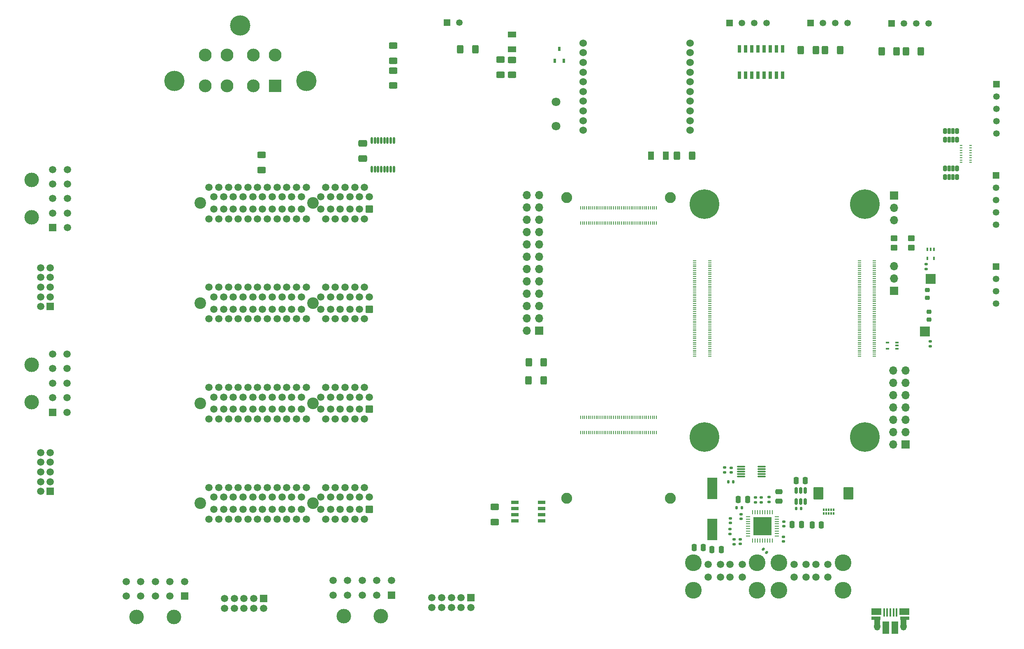
<source format=gbr>
%TF.GenerationSoftware,KiCad,Pcbnew,8.0.2*%
%TF.CreationDate,2024-05-08T16:37:45-06:00*%
%TF.ProjectId,GR-LRR-CONTROL,47522d4c-5252-42d4-934f-4e54524f4c2e,rev?*%
%TF.SameCoordinates,Original*%
%TF.FileFunction,Soldermask,Top*%
%TF.FilePolarity,Negative*%
%FSLAX46Y46*%
G04 Gerber Fmt 4.6, Leading zero omitted, Abs format (unit mm)*
G04 Created by KiCad (PCBNEW 8.0.2) date 2024-05-08 16:37:45*
%MOMM*%
%LPD*%
G01*
G04 APERTURE LIST*
G04 Aperture macros list*
%AMRoundRect*
0 Rectangle with rounded corners*
0 $1 Rounding radius*
0 $2 $3 $4 $5 $6 $7 $8 $9 X,Y pos of 4 corners*
0 Add a 4 corners polygon primitive as box body*
4,1,4,$2,$3,$4,$5,$6,$7,$8,$9,$2,$3,0*
0 Add four circle primitives for the rounded corners*
1,1,$1+$1,$2,$3*
1,1,$1+$1,$4,$5*
1,1,$1+$1,$6,$7*
1,1,$1+$1,$8,$9*
0 Add four rect primitives between the rounded corners*
20,1,$1+$1,$2,$3,$4,$5,0*
20,1,$1+$1,$4,$5,$6,$7,0*
20,1,$1+$1,$6,$7,$8,$9,0*
20,1,$1+$1,$8,$9,$2,$3,0*%
G04 Aperture macros list end*
%ADD10O,0.449999X1.400000*%
%ADD11R,0.600000X0.850000*%
%ADD12R,2.640000X2.640000*%
%ADD13C,2.640000*%
%ADD14C,4.185000*%
%ADD15C,2.250000*%
%ADD16R,0.200000X0.700000*%
%ADD17RoundRect,0.250000X0.625000X-0.400000X0.625000X0.400000X-0.625000X0.400000X-0.625000X-0.400000X0*%
%ADD18RoundRect,0.250000X0.400000X0.625000X-0.400000X0.625000X-0.400000X-0.625000X0.400000X-0.625000X0*%
%ADD19C,1.500000*%
%ADD20C,3.450000*%
%ADD21C,2.999999*%
%ADD22R,1.520000X1.520000*%
%ADD23C,1.520000*%
%ADD24RoundRect,0.250000X-0.450000X0.350000X-0.450000X-0.350000X0.450000X-0.350000X0.450000X0.350000X0*%
%ADD25RoundRect,0.135000X0.185000X-0.135000X0.185000X0.135000X-0.185000X0.135000X-0.185000X-0.135000X0*%
%ADD26R,1.500000X1.500000*%
%ADD27R,1.350000X1.350000*%
%ADD28C,1.350000*%
%ADD29C,1.803400*%
%ADD30RoundRect,0.218750X0.256250X-0.218750X0.256250X0.218750X-0.256250X0.218750X-0.256250X-0.218750X0*%
%ADD31R,3.700000X3.700000*%
%ADD32RoundRect,0.062500X0.350000X-0.062500X0.350000X0.062500X-0.350000X0.062500X-0.350000X-0.062500X0*%
%ADD33RoundRect,0.062500X0.062500X-0.350000X0.062500X0.350000X-0.062500X0.350000X-0.062500X-0.350000X0*%
%ADD34R,1.700000X1.700000*%
%ADD35O,1.700000X1.700000*%
%ADD36RoundRect,0.250000X0.250000X0.475000X-0.250000X0.475000X-0.250000X-0.475000X0.250000X-0.475000X0*%
%ADD37RoundRect,0.122100X-0.284900X0.429900X-0.284900X-0.429900X0.284900X-0.429900X0.284900X0.429900X0*%
%ADD38RoundRect,0.095420X-0.271580X0.456580X-0.271580X-0.456580X0.271580X-0.456580X0.271580X0.456580X0*%
%ADD39C,2.400000*%
%ADD40RoundRect,0.102000X0.644000X0.644000X-0.644000X0.644000X-0.644000X-0.644000X0.644000X-0.644000X0*%
%ADD41C,1.492000*%
%ADD42RoundRect,0.140000X-0.170000X0.140000X-0.170000X-0.140000X0.170000X-0.140000X0.170000X0.140000X0*%
%ADD43RoundRect,0.250000X-0.400000X-0.625000X0.400000X-0.625000X0.400000X0.625000X-0.400000X0.625000X0*%
%ADD44RoundRect,0.250000X-0.625000X0.400000X-0.625000X-0.400000X0.625000X-0.400000X0.625000X0.400000X0*%
%ADD45C,1.524000*%
%ADD46RoundRect,0.135000X0.135000X0.185000X-0.135000X0.185000X-0.135000X-0.185000X0.135000X-0.185000X0*%
%ADD47RoundRect,0.250000X0.650000X-0.412500X0.650000X0.412500X-0.650000X0.412500X-0.650000X-0.412500X0*%
%ADD48RoundRect,0.075000X-0.075000X-0.200000X0.075000X-0.200000X0.075000X0.200000X-0.075000X0.200000X0*%
%ADD49R,1.550000X0.700000*%
%ADD50R,0.650000X1.550000*%
%ADD51R,0.400000X1.750000*%
%ADD52R,1.825000X0.700000*%
%ADD53R,2.000000X1.400000*%
%ADD54R,1.300000X2.000000*%
%ADD55O,1.300000X1.700000*%
%ADD56O,1.000000X1.400000*%
%ADD57R,1.425000X2.500000*%
%ADD58R,1.800000X1.150000*%
%ADD59RoundRect,0.140000X-0.219203X-0.021213X-0.021213X-0.219203X0.219203X0.021213X0.021213X0.219203X0*%
%ADD60RoundRect,0.250000X-0.250000X-0.475000X0.250000X-0.475000X0.250000X0.475000X-0.250000X0.475000X0*%
%ADD61RoundRect,0.140000X0.170000X-0.140000X0.170000X0.140000X-0.170000X0.140000X-0.170000X-0.140000X0*%
%ADD62R,2.000000X2.000000*%
%ADD63RoundRect,0.250000X-0.787500X-1.025000X0.787500X-1.025000X0.787500X1.025000X-0.787500X1.025000X0*%
%ADD64RoundRect,0.100000X0.225000X0.100000X-0.225000X0.100000X-0.225000X-0.100000X0.225000X-0.100000X0*%
%ADD65RoundRect,0.122100X0.284900X-0.429900X0.284900X0.429900X-0.284900X0.429900X-0.284900X-0.429900X0*%
%ADD66RoundRect,0.095420X0.271580X-0.456580X0.271580X0.456580X-0.271580X0.456580X-0.271580X-0.456580X0*%
%ADD67R,1.150000X1.800000*%
%ADD68RoundRect,0.135000X-0.185000X0.135000X-0.185000X-0.135000X0.185000X-0.135000X0.185000X0.135000X0*%
%ADD69RoundRect,0.218750X-0.256250X0.218750X-0.256250X-0.218750X0.256250X-0.218750X0.256250X0.218750X0*%
%ADD70RoundRect,0.087500X-0.725000X-0.087500X0.725000X-0.087500X0.725000X0.087500X-0.725000X0.087500X0*%
%ADD71RoundRect,0.250000X0.475000X-0.250000X0.475000X0.250000X-0.475000X0.250000X-0.475000X-0.250000X0*%
%ADD72RoundRect,0.100000X-0.100000X0.225000X-0.100000X-0.225000X0.100000X-0.225000X0.100000X0.225000X0*%
%ADD73R,0.584200X0.203200*%
%ADD74R,2.000000X4.500000*%
%ADD75RoundRect,0.150000X-0.150000X0.512500X-0.150000X-0.512500X0.150000X-0.512500X0.150000X0.512500X0*%
%ADD76C,6.100000*%
%ADD77R,0.700000X0.200000*%
G04 APERTURE END LIST*
D10*
%TO.C,U2*%
X129650001Y-92899999D03*
X129000000Y-92899999D03*
X128350001Y-92899999D03*
X127700000Y-92899999D03*
X127050001Y-92899999D03*
X126400000Y-92899999D03*
X125750001Y-92899999D03*
X125100000Y-92899999D03*
X125100000Y-98800000D03*
X125750001Y-98800000D03*
X126400000Y-98800000D03*
X127050001Y-98800000D03*
X127700000Y-98800000D03*
X128350001Y-98800000D03*
X129000000Y-98800000D03*
X129650001Y-98800000D03*
%TD*%
D11*
%TO.C,Q1*%
X162750000Y-76450000D03*
X164650000Y-76450000D03*
X163700000Y-73950000D03*
%TD*%
D12*
%TO.C,J5*%
X105200000Y-81630000D03*
D13*
X100755000Y-81630000D03*
X95295000Y-81630000D03*
X90850000Y-81630000D03*
X90850000Y-75280000D03*
X95295000Y-75280000D03*
X100755000Y-75280000D03*
X105200000Y-75280000D03*
D14*
X98025000Y-69180000D03*
X111615000Y-80610000D03*
X84435000Y-80610000D03*
%TD*%
D15*
%TO.C,U1*%
X186565000Y-166615000D03*
X186565000Y-104635000D03*
X165225000Y-166615000D03*
X165225000Y-104635000D03*
D16*
X183695000Y-153045000D03*
X183695000Y-149965000D03*
X183295000Y-153045000D03*
X183295000Y-149965000D03*
X182895000Y-153045000D03*
X182895000Y-149965000D03*
X182495000Y-153045000D03*
X182495000Y-149965000D03*
X182095000Y-153045000D03*
X182095000Y-149965000D03*
X181695000Y-153045000D03*
X181695000Y-149965000D03*
X181295000Y-153045000D03*
X181295000Y-149965000D03*
X180895000Y-153045000D03*
X180895000Y-149965000D03*
X180495000Y-153045000D03*
X180495000Y-149965000D03*
X180095000Y-153045000D03*
X180095000Y-149965000D03*
X179695000Y-153045000D03*
X179695000Y-149965000D03*
X179295000Y-153045000D03*
X179295000Y-149965000D03*
X178895000Y-153045000D03*
X178895000Y-149965000D03*
X178495000Y-153045000D03*
X178495000Y-149965000D03*
X178095000Y-153045000D03*
X178095000Y-149965000D03*
X177695000Y-153045000D03*
X177695000Y-149965000D03*
X177295000Y-153045000D03*
X177295000Y-149965000D03*
X176895000Y-153045000D03*
X176895000Y-149965000D03*
X176495000Y-153045000D03*
X176495000Y-149965000D03*
X176095000Y-153045000D03*
X176095000Y-149965000D03*
X175695000Y-153045000D03*
X175695000Y-149965000D03*
X175295000Y-153045000D03*
X175295000Y-149965000D03*
X174895000Y-153045000D03*
X174895000Y-149965000D03*
X174495000Y-153045000D03*
X174495000Y-149965000D03*
X174095000Y-153045000D03*
X174095000Y-149965000D03*
X173695000Y-153045000D03*
X173695000Y-149965000D03*
X173295000Y-153045000D03*
X173295000Y-149965000D03*
X172895000Y-153045000D03*
X172895000Y-149965000D03*
X172495000Y-153045000D03*
X172495000Y-149965000D03*
X172095000Y-153045000D03*
X172095000Y-149965000D03*
X171695000Y-153045000D03*
X171695000Y-149965000D03*
X171295000Y-153045000D03*
X171295000Y-149965000D03*
X170895000Y-153045000D03*
X170895000Y-149965000D03*
X170495000Y-153045000D03*
X170495000Y-149965000D03*
X170095000Y-153045000D03*
X170095000Y-149965000D03*
X169695000Y-153045000D03*
X169695000Y-149965000D03*
X169295000Y-153045000D03*
X169295000Y-149965000D03*
X168895000Y-153045000D03*
X168895000Y-149965000D03*
X168495000Y-153045000D03*
X168495000Y-149965000D03*
X168095000Y-153045000D03*
X168095000Y-149965000D03*
X168095000Y-106785000D03*
X168095000Y-109865000D03*
X168495000Y-106785000D03*
X168495000Y-109865000D03*
X168895000Y-106785000D03*
X168895000Y-109865000D03*
X169295000Y-106785000D03*
X169295000Y-109865000D03*
X169695000Y-106785000D03*
X169695000Y-109865000D03*
X170095000Y-106785000D03*
X170095000Y-109865000D03*
X170495000Y-106785000D03*
X170495000Y-109865000D03*
X170895000Y-106785000D03*
X170895000Y-109865000D03*
X171295000Y-106785000D03*
X171295000Y-109865000D03*
X171695000Y-106785000D03*
X171695000Y-109865000D03*
X172095000Y-106785000D03*
X172095000Y-109865000D03*
X172495000Y-106785000D03*
X172495000Y-109865000D03*
X172895000Y-106785000D03*
X172895000Y-109865000D03*
X173295000Y-106785000D03*
X173295000Y-109865000D03*
X173695000Y-106785000D03*
X173695000Y-109865000D03*
X174095000Y-106785000D03*
X174095000Y-109865000D03*
X174495000Y-106785000D03*
X174495000Y-109865000D03*
X174895000Y-106785000D03*
X174895000Y-109865000D03*
X175295000Y-106785000D03*
X175295000Y-109865000D03*
X175695000Y-106785000D03*
X175695000Y-109865000D03*
X176095000Y-106785000D03*
X176095000Y-109865000D03*
X176495000Y-106785000D03*
X176495000Y-109865000D03*
X176895000Y-106785000D03*
X176895000Y-109865000D03*
X177295000Y-106785000D03*
X177295000Y-109865000D03*
X177695000Y-106785000D03*
X177695000Y-109865000D03*
X178095000Y-106785000D03*
X178095000Y-109865000D03*
X178495000Y-106785000D03*
X178495000Y-109865000D03*
X178895000Y-106785000D03*
X178895000Y-109865000D03*
X179295000Y-106785000D03*
X179295000Y-109865000D03*
X179695000Y-106785000D03*
X179695000Y-109865000D03*
X180095000Y-106785000D03*
X180095000Y-109865000D03*
X180495000Y-106785000D03*
X180495000Y-109865000D03*
X180895000Y-106785000D03*
X180895000Y-109865000D03*
X181295000Y-106785000D03*
X181295000Y-109865000D03*
X181695000Y-106785000D03*
X181695000Y-109865000D03*
X182095000Y-106785000D03*
X182095000Y-109865000D03*
X182495000Y-106785000D03*
X182495000Y-109865000D03*
X182895000Y-106785000D03*
X182895000Y-109865000D03*
X183295000Y-106785000D03*
X183295000Y-109865000D03*
X183695000Y-106785000D03*
X183695000Y-109865000D03*
%TD*%
D17*
%TO.C,R3*%
X102400000Y-95850000D03*
X102400000Y-98950000D03*
%TD*%
D18*
%TO.C,R7*%
X233150000Y-74500000D03*
X230050000Y-74500000D03*
%TD*%
%TO.C,R6*%
X238150000Y-74500000D03*
X235050000Y-74500000D03*
%TD*%
D17*
%TO.C,R31*%
X150400000Y-171500000D03*
X150400000Y-168400000D03*
%TD*%
D19*
%TO.C,J37*%
X194360000Y-180270000D03*
X196860000Y-180270000D03*
X198860000Y-180270000D03*
X201360000Y-180270000D03*
X194360000Y-182890000D03*
X196860000Y-182890000D03*
X198860000Y-182890000D03*
X201360000Y-182890000D03*
D20*
X191290000Y-185600000D03*
X204430000Y-185600000D03*
X191290000Y-179920000D03*
X204430000Y-179920000D03*
%TD*%
D21*
%TO.C,J6*%
X55080001Y-139060000D03*
X55080001Y-146759985D03*
D22*
X59400000Y-148899996D03*
D23*
X59400000Y-145899997D03*
X59400000Y-142899998D03*
X59400000Y-139899999D03*
X59400000Y-136900000D03*
X62399999Y-148899996D03*
X62399999Y-145899997D03*
X62399999Y-142899998D03*
X62399999Y-139899999D03*
X62399999Y-136900000D03*
%TD*%
D24*
%TO.C,R21*%
X232600000Y-113000000D03*
X232600000Y-115000000D03*
%TD*%
D25*
%TO.C,R25*%
X205260000Y-167500000D03*
X205260000Y-166480000D03*
%TD*%
D19*
%TO.C,J11*%
X94800000Y-189300000D03*
X94800000Y-187300000D03*
X96800000Y-189300000D03*
X96800000Y-187300000D03*
X98800000Y-189300000D03*
X98800000Y-187300000D03*
X100800000Y-189300000D03*
X100800000Y-187300000D03*
X102800000Y-189300000D03*
D26*
X102800000Y-187300000D03*
%TD*%
D27*
%TO.C,J26*%
X232100000Y-68700000D03*
D28*
X234640000Y-68700000D03*
X237180000Y-68700000D03*
X239720000Y-68700000D03*
%TD*%
D29*
%TO.C,J18*%
X162997299Y-84904900D03*
X162997299Y-89904900D03*
%TD*%
D30*
%TO.C,D1*%
X239800000Y-129787500D03*
X239800000Y-128212500D03*
%TD*%
D31*
%TO.C,U10*%
X205530000Y-172400000D03*
D32*
X202592500Y-174400000D03*
X202592500Y-173900000D03*
X202592500Y-173400000D03*
X202592500Y-172900000D03*
X202592500Y-172400000D03*
X202592500Y-171900000D03*
X202592500Y-171400000D03*
X202592500Y-170900000D03*
X202592500Y-170400000D03*
D33*
X203530000Y-169462500D03*
X204030000Y-169462500D03*
X204530000Y-169462500D03*
X205030000Y-169462500D03*
X205530000Y-169462500D03*
X206030000Y-169462500D03*
X206530000Y-169462500D03*
X207030000Y-169462500D03*
X207530000Y-169462500D03*
D32*
X208467500Y-170400000D03*
X208467500Y-170900000D03*
X208467500Y-171400000D03*
X208467500Y-171900000D03*
X208467500Y-172400000D03*
X208467500Y-172900000D03*
X208467500Y-173400000D03*
X208467500Y-173900000D03*
X208467500Y-174400000D03*
D33*
X207530000Y-175337500D03*
X207030000Y-175337500D03*
X206530000Y-175337500D03*
X206030000Y-175337500D03*
X205530000Y-175337500D03*
X205030000Y-175337500D03*
X204530000Y-175337500D03*
X204030000Y-175337500D03*
X203530000Y-175337500D03*
%TD*%
D34*
%TO.C,J32*%
X235000000Y-155480000D03*
D35*
X232460000Y-155480000D03*
X235000000Y-152940000D03*
X232460000Y-152940000D03*
X235000000Y-150400000D03*
X232460000Y-150400000D03*
X235000000Y-147860000D03*
X232460000Y-147860000D03*
X235000000Y-145320000D03*
X232460000Y-145320000D03*
X235000000Y-142780000D03*
X232460000Y-142780000D03*
X235000000Y-140240000D03*
X232460000Y-140240000D03*
%TD*%
D27*
%TO.C,J20*%
X140590349Y-68610000D03*
D28*
X143130349Y-68610000D03*
%TD*%
D36*
%TO.C,C6*%
X200554000Y-166876000D03*
X202454000Y-166876000D03*
%TD*%
D26*
%TO.C,J1*%
X58900000Y-127100000D03*
D19*
X56900000Y-127100000D03*
X58900000Y-125100000D03*
X56900000Y-125100000D03*
X58900000Y-123100000D03*
X56900000Y-123100000D03*
X58900000Y-121100000D03*
X56900000Y-121100000D03*
X58900000Y-119100000D03*
X56900000Y-119100000D03*
%TD*%
D25*
%TO.C,R22*%
X239200000Y-119400000D03*
X239200000Y-118380000D03*
%TD*%
D37*
%TO.C,R12*%
X245600000Y-90910000D03*
D38*
X244760000Y-90910000D03*
X243960000Y-90910000D03*
D37*
X243120000Y-90910000D03*
X243120000Y-92680000D03*
D38*
X243960000Y-92680000D03*
X244760000Y-92680000D03*
D37*
X245600000Y-92680000D03*
%TD*%
D39*
%TO.C,J12*%
X112950000Y-147016666D03*
X89800000Y-147016666D03*
D40*
X124600000Y-148266666D03*
D41*
X123600000Y-150266666D03*
X122600000Y-148266666D03*
X121600000Y-150266666D03*
X120600000Y-148266666D03*
X119600000Y-150266666D03*
X118600000Y-148266666D03*
X117600000Y-150266666D03*
X116600000Y-148266666D03*
X115600000Y-150266666D03*
X114600000Y-148266666D03*
X111600000Y-150266666D03*
X110600000Y-148266666D03*
X109600000Y-150266666D03*
X108600000Y-148266666D03*
X107600000Y-150266666D03*
X106600000Y-148266666D03*
X105600000Y-150266666D03*
X104600000Y-148266666D03*
X103600000Y-150266666D03*
X102600000Y-148266666D03*
X101600000Y-150266666D03*
X100600000Y-148266666D03*
X99600000Y-150266666D03*
X98600000Y-148266666D03*
X97600000Y-150266666D03*
X96600000Y-148266666D03*
X95600000Y-150266666D03*
X94600000Y-148266666D03*
X93600000Y-150266666D03*
X92600000Y-148266666D03*
X91600000Y-150266666D03*
X124600000Y-145766666D03*
X123600000Y-143766666D03*
X122600000Y-145766666D03*
X121600000Y-143766666D03*
X120600000Y-145766666D03*
X119600000Y-143766666D03*
X118600000Y-145766666D03*
X117600000Y-143766666D03*
X116600000Y-145766666D03*
X115600000Y-143766666D03*
X114600000Y-145766666D03*
X111600000Y-143766666D03*
X110600000Y-145766666D03*
X109600000Y-143766666D03*
X108600000Y-145766666D03*
X107600000Y-143766666D03*
X106600000Y-145766666D03*
X105600000Y-143766666D03*
X104600000Y-145766666D03*
X103600000Y-143766666D03*
X102600000Y-145766666D03*
X101600000Y-143766666D03*
X100600000Y-145766666D03*
X99600000Y-143766666D03*
X98600000Y-145766666D03*
X97600000Y-143766666D03*
X96600000Y-145766666D03*
X95600000Y-143766666D03*
X94600000Y-145766666D03*
X93600000Y-143766666D03*
X92600000Y-145766666D03*
X91600000Y-143766666D03*
%TD*%
D42*
%TO.C,C8*%
X200976000Y-175077000D03*
X200976000Y-176037000D03*
%TD*%
%TO.C,C7*%
X199060000Y-160340000D03*
X199060000Y-161300000D03*
%TD*%
D43*
%TO.C,R2*%
X157350000Y-142300000D03*
X160450000Y-142300000D03*
%TD*%
D44*
%TO.C,R13*%
X154000000Y-76250000D03*
X154000000Y-79350000D03*
%TD*%
D45*
%TO.C,U4*%
X168634800Y-72780000D03*
X168634800Y-74780000D03*
X168634800Y-76780000D03*
X168601800Y-78780000D03*
X168634800Y-80780000D03*
X168634800Y-82780000D03*
X168634800Y-84780000D03*
X168634800Y-86780000D03*
X168634800Y-88780000D03*
X168634800Y-90780000D03*
X190598200Y-90780000D03*
X190598200Y-88780000D03*
X190598200Y-86780000D03*
X190598200Y-84780000D03*
X190598200Y-82780000D03*
X190598200Y-80780000D03*
X190598200Y-78780000D03*
X190598200Y-76780000D03*
X190598200Y-74780000D03*
X190598200Y-72780000D03*
%TD*%
D25*
%TO.C,R26*%
X206860000Y-167400000D03*
X206860000Y-166380000D03*
%TD*%
D26*
%TO.C,J15*%
X145500000Y-187100000D03*
D19*
X145500000Y-189100000D03*
X143500000Y-187100000D03*
X143500000Y-189100000D03*
X141500000Y-187100000D03*
X141500000Y-189100000D03*
X139500000Y-187100000D03*
X139500000Y-189100000D03*
X137500000Y-187100000D03*
X137500000Y-189100000D03*
%TD*%
D46*
%TO.C,R27*%
X201260000Y-168600000D03*
X200240000Y-168600000D03*
%TD*%
D18*
%TO.C,R4*%
X221500000Y-74200000D03*
X218400000Y-74200000D03*
%TD*%
D27*
%TO.C,J25*%
X215450352Y-68630000D03*
D28*
X217990352Y-68630000D03*
X220530352Y-68630000D03*
X223070352Y-68630000D03*
%TD*%
D36*
%TO.C,C17*%
X213560000Y-172000000D03*
X211660000Y-172000000D03*
%TD*%
D46*
%TO.C,R24*%
X199510000Y-163200000D03*
X198490000Y-163200000D03*
%TD*%
D47*
%TO.C,C1*%
X123200000Y-96562500D03*
X123200000Y-93437500D03*
%TD*%
D42*
%TO.C,C9*%
X209860000Y-175500000D03*
X209860000Y-174540000D03*
%TD*%
D48*
%TO.C,U11*%
X218160000Y-169770000D03*
X218660000Y-169770000D03*
X219160000Y-169770000D03*
X219660000Y-169770000D03*
X220160000Y-169770000D03*
X220160000Y-169000000D03*
X219660000Y-169000000D03*
X219160000Y-169000000D03*
X218660000Y-169000000D03*
X218160000Y-169000000D03*
%TD*%
D49*
%TO.C,IC1*%
X160025000Y-171305000D03*
X160025000Y-170035000D03*
X160025000Y-168765000D03*
X160025000Y-167495000D03*
X154575000Y-167495000D03*
X154575000Y-168765000D03*
X154575000Y-170035000D03*
X154575000Y-171305000D03*
%TD*%
D50*
%TO.C,IC2*%
X200755000Y-79425000D03*
X202025000Y-79425000D03*
X203295000Y-79425000D03*
X204565000Y-79425000D03*
X205835000Y-79425000D03*
X207105000Y-79425000D03*
X208375000Y-79425000D03*
X209645000Y-79425000D03*
X209645000Y-73975000D03*
X208375000Y-73975000D03*
X207105000Y-73975000D03*
X205835000Y-73975000D03*
X204565000Y-73975000D03*
X203295000Y-73975000D03*
X202025000Y-73975000D03*
X200755000Y-73975000D03*
%TD*%
D51*
%TO.C,J36*%
X230560000Y-190180000D03*
X231210000Y-190180000D03*
X231860000Y-190180000D03*
X232510000Y-190180000D03*
X233160000Y-190180000D03*
D52*
X228872500Y-191300000D03*
D53*
X229010000Y-189940000D03*
D54*
X229135000Y-192070000D03*
D55*
X229135000Y-193000000D03*
D56*
X229435000Y-189970000D03*
D57*
X230897500Y-193250000D03*
X232822500Y-193250000D03*
D56*
X234285000Y-189970000D03*
D54*
X234585000Y-192070000D03*
D55*
X234585000Y-193000000D03*
D53*
X234760000Y-189940000D03*
D52*
X234847500Y-191300000D03*
%TD*%
D34*
%TO.C,J33*%
X232600000Y-123880000D03*
D35*
X232600000Y-121340000D03*
X232600000Y-118800000D03*
%TD*%
D25*
%TO.C,R29*%
X204060000Y-167500000D03*
X204060000Y-166480000D03*
%TD*%
D41*
%TO.C,J8*%
X91600000Y-123133333D03*
X92600000Y-125133333D03*
X93600000Y-123133333D03*
X94600000Y-125133333D03*
X95600000Y-123133333D03*
X96600000Y-125133333D03*
X97600000Y-123133333D03*
X98600000Y-125133333D03*
X99600000Y-123133333D03*
X100600000Y-125133333D03*
X101600000Y-123133333D03*
X102600000Y-125133333D03*
X103600000Y-123133333D03*
X104600000Y-125133333D03*
X105600000Y-123133333D03*
X106600000Y-125133333D03*
X107600000Y-123133333D03*
X108600000Y-125133333D03*
X109600000Y-123133333D03*
X110600000Y-125133333D03*
X111600000Y-123133333D03*
X114600000Y-125133333D03*
X115600000Y-123133333D03*
X116600000Y-125133333D03*
X117600000Y-123133333D03*
X118600000Y-125133333D03*
X119600000Y-123133333D03*
X120600000Y-125133333D03*
X121600000Y-123133333D03*
X122600000Y-125133333D03*
X123600000Y-123133333D03*
X124600000Y-125133333D03*
X91600000Y-129633333D03*
X92600000Y-127633333D03*
X93600000Y-129633333D03*
X94600000Y-127633333D03*
X95600000Y-129633333D03*
X96600000Y-127633333D03*
X97600000Y-129633333D03*
X98600000Y-127633333D03*
X99600000Y-129633333D03*
X100600000Y-127633333D03*
X101600000Y-129633333D03*
X102600000Y-127633333D03*
X103600000Y-129633333D03*
X104600000Y-127633333D03*
X105600000Y-129633333D03*
X106600000Y-127633333D03*
X107600000Y-129633333D03*
X108600000Y-127633333D03*
X109600000Y-129633333D03*
X110600000Y-127633333D03*
X111600000Y-129633333D03*
X114600000Y-127633333D03*
X115600000Y-129633333D03*
X116600000Y-127633333D03*
X117600000Y-129633333D03*
X118600000Y-127633333D03*
X119600000Y-129633333D03*
X120600000Y-127633333D03*
X121600000Y-129633333D03*
X122600000Y-127633333D03*
X123600000Y-129633333D03*
D40*
X124600000Y-127633333D03*
D39*
X89800000Y-126383333D03*
X112950000Y-126383333D03*
%TD*%
D58*
%TO.C,LED1*%
X154000000Y-71050000D03*
X154000000Y-74050000D03*
%TD*%
D42*
%TO.C,C12*%
X209960000Y-171440000D03*
X209960000Y-172400000D03*
%TD*%
D23*
%TO.C,J2*%
X62419998Y-98840000D03*
X62419998Y-101839999D03*
X62419998Y-104839998D03*
X62419998Y-107839997D03*
X62419998Y-110839996D03*
X59419999Y-98840000D03*
X59419999Y-101839999D03*
X59419999Y-104839998D03*
X59419999Y-107839997D03*
D22*
X59419999Y-110839996D03*
D21*
X55100000Y-108699985D03*
X55100000Y-101000000D03*
%TD*%
D59*
%TO.C,C11*%
X205686589Y-177092589D03*
X206365411Y-177771411D03*
%TD*%
D18*
%TO.C,R11*%
X146400000Y-74080000D03*
X143300000Y-74080000D03*
%TD*%
D27*
%TO.C,J21*%
X253670001Y-81260351D03*
D28*
X253670001Y-83800351D03*
X253670001Y-86340351D03*
X253670001Y-88880351D03*
X253670001Y-91420351D03*
%TD*%
D21*
%TO.C,J10*%
X76699654Y-191120000D03*
X84399639Y-191120000D03*
D22*
X86539650Y-186800001D03*
D23*
X83539651Y-186800001D03*
X80539652Y-186800001D03*
X77539653Y-186800001D03*
X74539654Y-186800001D03*
X86539650Y-183800002D03*
X83539651Y-183800002D03*
X80539652Y-183800002D03*
X77539653Y-183800002D03*
X74539654Y-183800002D03*
%TD*%
D60*
%TO.C,C18*%
X215760000Y-172100000D03*
X217660000Y-172100000D03*
%TD*%
D61*
%TO.C,C10*%
X201160000Y-170860000D03*
X201160000Y-169900000D03*
%TD*%
D36*
%TO.C,C16*%
X193350000Y-176800000D03*
X191450000Y-176800000D03*
%TD*%
D62*
%TO.C,TP2*%
X240200000Y-121400000D03*
%TD*%
D63*
%TO.C,C14*%
X217013500Y-165632000D03*
X223238500Y-165632000D03*
%TD*%
D64*
%TO.C,U7*%
X231300000Y-135800000D03*
X231300000Y-134500000D03*
X233200000Y-134500000D03*
X233200000Y-135150000D03*
X233200000Y-135800000D03*
%TD*%
D27*
%TO.C,J23*%
X253640001Y-118830703D03*
D28*
X253640001Y-121370703D03*
X253640001Y-123910703D03*
X253640001Y-126450703D03*
%TD*%
D43*
%TO.C,R1*%
X157400000Y-138610000D03*
X160500000Y-138610000D03*
%TD*%
D39*
%TO.C,J3*%
X112950000Y-105750000D03*
X89800000Y-105750000D03*
D40*
X124600000Y-107000000D03*
D41*
X123600000Y-109000000D03*
X122600000Y-107000000D03*
X121600000Y-109000000D03*
X120600000Y-107000000D03*
X119600000Y-109000000D03*
X118600000Y-107000000D03*
X117600000Y-109000000D03*
X116600000Y-107000000D03*
X115600000Y-109000000D03*
X114600000Y-107000000D03*
X111600000Y-109000000D03*
X110600000Y-107000000D03*
X109600000Y-109000000D03*
X108600000Y-107000000D03*
X107600000Y-109000000D03*
X106600000Y-107000000D03*
X105600000Y-109000000D03*
X104600000Y-107000000D03*
X103600000Y-109000000D03*
X102600000Y-107000000D03*
X101600000Y-109000000D03*
X100600000Y-107000000D03*
X99600000Y-109000000D03*
X98600000Y-107000000D03*
X97600000Y-109000000D03*
X96600000Y-107000000D03*
X95600000Y-109000000D03*
X94600000Y-107000000D03*
X93600000Y-109000000D03*
X92600000Y-107000000D03*
X91600000Y-109000000D03*
X124600000Y-104500000D03*
X123600000Y-102500000D03*
X122600000Y-104500000D03*
X121600000Y-102500000D03*
X120600000Y-104500000D03*
X119600000Y-102500000D03*
X118600000Y-104500000D03*
X117600000Y-102500000D03*
X116600000Y-104500000D03*
X115600000Y-102500000D03*
X114600000Y-104500000D03*
X111600000Y-102500000D03*
X110600000Y-104500000D03*
X109600000Y-102500000D03*
X108600000Y-104500000D03*
X107600000Y-102500000D03*
X106600000Y-104500000D03*
X105600000Y-102500000D03*
X104600000Y-104500000D03*
X103600000Y-102500000D03*
X102600000Y-104500000D03*
X101600000Y-102500000D03*
X100600000Y-104500000D03*
X99600000Y-102500000D03*
X98600000Y-104500000D03*
X97600000Y-102500000D03*
X96600000Y-104500000D03*
X95600000Y-102500000D03*
X94600000Y-104500000D03*
X93600000Y-102500000D03*
X92600000Y-104500000D03*
X91600000Y-102500000D03*
%TD*%
D65*
%TO.C,R10*%
X243120000Y-100380000D03*
D66*
X243960000Y-100380000D03*
X244760000Y-100380000D03*
D65*
X245600000Y-100380000D03*
X245600000Y-98610000D03*
D66*
X244760000Y-98610000D03*
X243960000Y-98610000D03*
D65*
X243120000Y-98610000D03*
%TD*%
D17*
%TO.C,R14*%
X151600000Y-79300000D03*
X151600000Y-76200000D03*
%TD*%
D44*
%TO.C,R9*%
X129500000Y-78450000D03*
X129500000Y-81550000D03*
%TD*%
D60*
%TO.C,C15*%
X195160000Y-177200000D03*
X197060000Y-177200000D03*
%TD*%
D67*
%TO.C,LED2*%
X182600000Y-95980000D03*
X185600000Y-95980000D03*
%TD*%
D68*
%TO.C,R23*%
X197760000Y-160280000D03*
X197760000Y-161300000D03*
%TD*%
D69*
%TO.C,D2*%
X239500000Y-123700000D03*
X239500000Y-125275000D03*
%TD*%
D70*
%TO.C,U9*%
X201113500Y-160132000D03*
X201113500Y-160632000D03*
X201113500Y-161132000D03*
X201113500Y-161632000D03*
X201113500Y-162132000D03*
X205338500Y-162132000D03*
X205338500Y-161632000D03*
X205338500Y-161132000D03*
X205338500Y-160632000D03*
X205338500Y-160132000D03*
%TD*%
D71*
%TO.C,C5*%
X208960000Y-167200000D03*
X208960000Y-165300000D03*
%TD*%
D42*
%TO.C,C4*%
X198960000Y-170740000D03*
X198960000Y-171700000D03*
%TD*%
D19*
%TO.C,J38*%
X212030000Y-180270000D03*
X214530000Y-180270000D03*
X216530000Y-180270000D03*
X219030000Y-180270000D03*
X212030000Y-182890000D03*
X214530000Y-182890000D03*
X216530000Y-182890000D03*
X219030000Y-182890000D03*
D20*
X208960000Y-185600000D03*
X222100000Y-185600000D03*
X208960000Y-179920000D03*
X222100000Y-179920000D03*
%TD*%
D43*
%TO.C,R15*%
X187950000Y-95980000D03*
X191050000Y-95980000D03*
%TD*%
D61*
%TO.C,C3*%
X198860000Y-173960000D03*
X198860000Y-173000000D03*
%TD*%
D41*
%TO.C,J16*%
X91600000Y-164400000D03*
X92600000Y-166400000D03*
X93600000Y-164400000D03*
X94600000Y-166400000D03*
X95600000Y-164400000D03*
X96600000Y-166400000D03*
X97600000Y-164400000D03*
X98600000Y-166400000D03*
X99600000Y-164400000D03*
X100600000Y-166400000D03*
X101600000Y-164400000D03*
X102600000Y-166400000D03*
X103600000Y-164400000D03*
X104600000Y-166400000D03*
X105600000Y-164400000D03*
X106600000Y-166400000D03*
X107600000Y-164400000D03*
X108600000Y-166400000D03*
X109600000Y-164400000D03*
X110600000Y-166400000D03*
X111600000Y-164400000D03*
X114600000Y-166400000D03*
X115600000Y-164400000D03*
X116600000Y-166400000D03*
X117600000Y-164400000D03*
X118600000Y-166400000D03*
X119600000Y-164400000D03*
X120600000Y-166400000D03*
X121600000Y-164400000D03*
X122600000Y-166400000D03*
X123600000Y-164400000D03*
X124600000Y-166400000D03*
X91600000Y-170900000D03*
X92600000Y-168900000D03*
X93600000Y-170900000D03*
X94600000Y-168900000D03*
X95600000Y-170900000D03*
X96600000Y-168900000D03*
X97600000Y-170900000D03*
X98600000Y-168900000D03*
X99600000Y-170900000D03*
X100600000Y-168900000D03*
X101600000Y-170900000D03*
X102600000Y-168900000D03*
X103600000Y-170900000D03*
X104600000Y-168900000D03*
X105600000Y-170900000D03*
X106600000Y-168900000D03*
X107600000Y-170900000D03*
X108600000Y-168900000D03*
X109600000Y-170900000D03*
X110600000Y-168900000D03*
X111600000Y-170900000D03*
X114600000Y-168900000D03*
X115600000Y-170900000D03*
X116600000Y-168900000D03*
X117600000Y-170900000D03*
X118600000Y-168900000D03*
X119600000Y-170900000D03*
X120600000Y-168900000D03*
X121600000Y-170900000D03*
X122600000Y-168900000D03*
X123600000Y-170900000D03*
D40*
X124600000Y-168900000D03*
D39*
X89800000Y-167650000D03*
X112950000Y-167650000D03*
%TD*%
D72*
%TO.C,U8*%
X240800000Y-117200000D03*
X239500000Y-117200000D03*
X239500000Y-115300000D03*
X240150000Y-115300000D03*
X240800000Y-115300000D03*
%TD*%
D24*
%TO.C,R20*%
X236200000Y-115000000D03*
X236200000Y-113000000D03*
%TD*%
D73*
%TO.C,U3*%
X246429600Y-93895002D03*
X246429600Y-94395001D03*
X246429600Y-94895000D03*
X246429600Y-95395001D03*
X246429600Y-95895001D03*
X246429600Y-96395002D03*
X246429600Y-96895001D03*
X246429600Y-97395000D03*
X248360000Y-97395000D03*
X248360000Y-96895001D03*
X248360000Y-96395002D03*
X248360000Y-95895001D03*
X248360000Y-95395001D03*
X248360000Y-94895000D03*
X248360000Y-94395001D03*
X248360000Y-93895002D03*
%TD*%
D19*
%TO.C,J7*%
X56900000Y-157200000D03*
X58900000Y-157200000D03*
X56900000Y-159200000D03*
X58900000Y-159200000D03*
X56900000Y-161200000D03*
X58900000Y-161200000D03*
X56900000Y-163200000D03*
X58900000Y-163200000D03*
X56900000Y-165200000D03*
D26*
X58900000Y-165200000D03*
%TD*%
D34*
%TO.C,J34*%
X232600000Y-104200000D03*
D35*
X232600000Y-106740000D03*
X232600000Y-109280000D03*
%TD*%
D36*
%TO.C,C13*%
X214360000Y-163000000D03*
X212460000Y-163000000D03*
%TD*%
D23*
%TO.C,J14*%
X117140015Y-183580002D03*
X120140014Y-183580002D03*
X123140013Y-183580002D03*
X126140012Y-183580002D03*
X129140011Y-183580002D03*
X117140015Y-186580001D03*
X120140014Y-186580001D03*
X123140013Y-186580001D03*
X126140012Y-186580001D03*
D22*
X129140011Y-186580001D03*
D21*
X127000000Y-190900000D03*
X119300015Y-190900000D03*
%TD*%
D18*
%TO.C,R5*%
X216500000Y-74200000D03*
X213400000Y-74200000D03*
%TD*%
D27*
%TO.C,J24*%
X198750352Y-68630000D03*
D28*
X201290352Y-68630000D03*
X203830352Y-68630000D03*
X206370352Y-68630000D03*
%TD*%
D74*
%TO.C,Y1*%
X195226000Y-173082000D03*
X195226000Y-164582000D03*
%TD*%
D46*
%TO.C,R30*%
X213480000Y-168700000D03*
X212460000Y-168700000D03*
%TD*%
D75*
%TO.C,U12*%
X214376000Y-164994500D03*
X213426000Y-164994500D03*
X212476000Y-164994500D03*
X212476000Y-167269500D03*
X213426000Y-167269500D03*
X214376000Y-167269500D03*
%TD*%
D44*
%TO.C,R8*%
X129500000Y-73350000D03*
X129500000Y-76450000D03*
%TD*%
D27*
%TO.C,J22*%
X253640002Y-100060702D03*
D28*
X253640002Y-102600702D03*
X253640002Y-105140702D03*
X253640002Y-107680702D03*
X253640002Y-110220702D03*
%TD*%
D76*
%TO.C,Module1*%
X226600000Y-154000000D03*
X226600000Y-106000000D03*
X193600000Y-154000000D03*
X193600000Y-106000000D03*
D77*
X228600000Y-137300000D03*
X225520000Y-137300000D03*
X228600000Y-136900000D03*
X225520000Y-136900000D03*
X228600000Y-136500000D03*
X225520000Y-136500000D03*
X228600000Y-136100000D03*
X225520000Y-136100000D03*
X228600000Y-135700000D03*
X225520000Y-135700000D03*
X228600000Y-135300000D03*
X225520000Y-135300000D03*
X228600000Y-134900000D03*
X225520000Y-134900000D03*
X228600000Y-134500000D03*
X225520000Y-134500000D03*
X228600000Y-134100000D03*
X225520000Y-134100000D03*
X228600000Y-133700000D03*
X225520000Y-133700000D03*
X228600000Y-133300000D03*
X225520000Y-133300000D03*
X228600000Y-132900000D03*
X225520000Y-132900000D03*
X228600000Y-132500000D03*
X225520000Y-132500000D03*
X228600000Y-132100000D03*
X225520000Y-132100000D03*
X228600000Y-131700000D03*
X225520000Y-131700000D03*
X228600000Y-131300000D03*
X225520000Y-131300000D03*
X228600000Y-130900000D03*
X225520000Y-130900000D03*
X228600000Y-130500000D03*
X225520000Y-130500000D03*
X228600000Y-130100000D03*
X225520000Y-130100000D03*
X228600000Y-129700000D03*
X225520000Y-129700000D03*
X228600000Y-129300000D03*
X225520000Y-129300000D03*
X228600000Y-128900000D03*
X225520000Y-128900000D03*
X228600000Y-128500000D03*
X225520000Y-128500000D03*
X228600000Y-128100000D03*
X225520000Y-128100000D03*
X228600000Y-127700000D03*
X225520000Y-127700000D03*
X228600000Y-127300000D03*
X225520000Y-127300000D03*
X228600000Y-126900000D03*
X225520000Y-126900000D03*
X228600000Y-126500000D03*
X225520000Y-126500000D03*
X228600000Y-126100000D03*
X225520000Y-126100000D03*
X228600000Y-125700000D03*
X225520000Y-125700000D03*
X228600000Y-125300000D03*
X225520000Y-125300000D03*
X228600000Y-124900000D03*
X225520000Y-124900000D03*
X228600000Y-124500000D03*
X225520000Y-124500000D03*
X228600000Y-124100000D03*
X225520000Y-124100000D03*
X228600000Y-123700000D03*
X225520000Y-123700000D03*
X228600000Y-123300000D03*
X225520000Y-123300000D03*
X228600000Y-122900000D03*
X225520000Y-122900000D03*
X228600000Y-122500000D03*
X225520000Y-122500000D03*
X228600000Y-122100000D03*
X225520000Y-122100000D03*
X228600000Y-121700000D03*
X225520000Y-121700000D03*
X228600000Y-121300000D03*
X225520000Y-121300000D03*
X228600000Y-120900000D03*
X225520000Y-120900000D03*
X228600000Y-120500000D03*
X225520000Y-120500000D03*
X228600000Y-120100000D03*
X225520000Y-120100000D03*
X228600000Y-119700000D03*
X225520000Y-119700000D03*
X228600000Y-119300000D03*
X225520000Y-119300000D03*
X228600000Y-118900000D03*
X225520000Y-118900000D03*
X228600000Y-118500000D03*
X225520000Y-118500000D03*
X228600000Y-118100000D03*
X225520000Y-118100000D03*
X228600000Y-117700000D03*
X225520000Y-117700000D03*
X194680000Y-137300000D03*
X191600000Y-137300000D03*
X194680000Y-136900000D03*
X191600000Y-136900000D03*
X194680000Y-136500000D03*
X191600000Y-136500000D03*
X194680000Y-136100000D03*
X191600000Y-136100000D03*
X194680000Y-135700000D03*
X191600000Y-135700000D03*
X194680000Y-135300000D03*
X191600000Y-135300000D03*
X194680000Y-134900000D03*
X191600000Y-134900000D03*
X194680000Y-134500000D03*
X191600000Y-134500000D03*
X194680000Y-134100000D03*
X191600000Y-134100000D03*
X194680000Y-133700000D03*
X191600000Y-133700000D03*
X194680000Y-133300000D03*
X191600000Y-133300000D03*
X194680000Y-132900000D03*
X191600000Y-132900000D03*
X194680000Y-132500000D03*
X191600000Y-132500000D03*
X194680000Y-132100000D03*
X191600000Y-132100000D03*
X194680000Y-131700000D03*
X191600000Y-131700000D03*
X194680000Y-131300000D03*
X191600000Y-131300000D03*
X194680000Y-130900000D03*
X191600000Y-130900000D03*
X194680000Y-130500000D03*
X191600000Y-130500000D03*
X194680000Y-130100000D03*
X191600000Y-130100000D03*
X194680000Y-129700000D03*
X191600000Y-129700000D03*
X194680000Y-129300000D03*
X191600000Y-129300000D03*
X194680000Y-128900000D03*
X191600000Y-128900000D03*
X194680000Y-128500000D03*
X191600000Y-128500000D03*
X194680000Y-128100000D03*
X191600000Y-128100000D03*
X194680000Y-127700000D03*
X191600000Y-127700000D03*
X194680000Y-127300000D03*
X191600000Y-127300000D03*
X194680000Y-126900000D03*
X191600000Y-126900000D03*
X194680000Y-126500000D03*
X191600000Y-126500000D03*
X194680000Y-126100000D03*
X191600000Y-126100000D03*
X194680000Y-125700000D03*
X191600000Y-125700000D03*
X194680000Y-125300000D03*
X191600000Y-125300000D03*
X194680000Y-124900000D03*
X191600000Y-124900000D03*
X194680000Y-124500000D03*
X191600000Y-124500000D03*
X194680000Y-124100000D03*
X191600000Y-124100000D03*
X194680000Y-123700000D03*
X191600000Y-123700000D03*
X194680000Y-123300000D03*
X191600000Y-123300000D03*
X194680000Y-122900000D03*
X191600000Y-122900000D03*
X194680000Y-122500000D03*
X191600000Y-122500000D03*
X194680000Y-122100000D03*
X191600000Y-122100000D03*
X194680000Y-121700000D03*
X191600000Y-121700000D03*
X194680000Y-121300000D03*
X191600000Y-121300000D03*
X194680000Y-120900000D03*
X191600000Y-120900000D03*
X194680000Y-120500000D03*
X191600000Y-120500000D03*
X194680000Y-120100000D03*
X191600000Y-120100000D03*
X194680000Y-119700000D03*
X191600000Y-119700000D03*
X194680000Y-119300000D03*
X191600000Y-119300000D03*
X194680000Y-118900000D03*
X191600000Y-118900000D03*
X194680000Y-118500000D03*
X191600000Y-118500000D03*
X194680000Y-118100000D03*
X191600000Y-118100000D03*
X194680000Y-117700000D03*
X191600000Y-117700000D03*
%TD*%
D62*
%TO.C,TP1*%
X239000000Y-132200000D03*
%TD*%
D25*
%TO.C,R28*%
X199660000Y-176100000D03*
X199660000Y-175080000D03*
%TD*%
D68*
%TO.C,R19*%
X240100000Y-134290000D03*
X240100000Y-135310000D03*
%TD*%
D34*
%TO.C,J39*%
X159600000Y-132040000D03*
D35*
X157060000Y-132040000D03*
X159600000Y-129500000D03*
X157060000Y-129500000D03*
X159600000Y-126960000D03*
X157060000Y-126960000D03*
X159600000Y-124420000D03*
X157060000Y-124420000D03*
X159600000Y-121880000D03*
X157060000Y-121880000D03*
X159600000Y-119340000D03*
X157060000Y-119340000D03*
X159600000Y-116800000D03*
X157060000Y-116800000D03*
X159600000Y-114260000D03*
X157060000Y-114260000D03*
X159600000Y-111720000D03*
X157060000Y-111720000D03*
X159600000Y-109180000D03*
X157060000Y-109180000D03*
X159600000Y-106640000D03*
X157060000Y-106640000D03*
X159600000Y-104100000D03*
X157060000Y-104100000D03*
%TD*%
M02*

</source>
